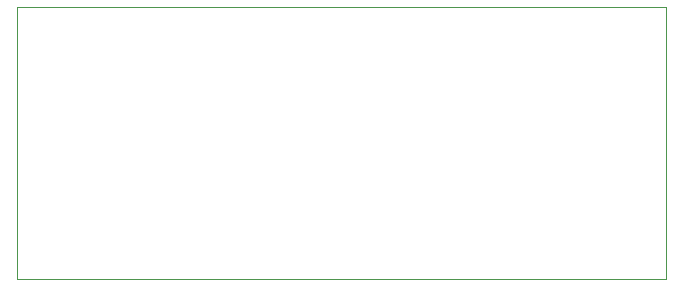
<source format=gbr>
G04 #@! TF.GenerationSoftware,KiCad,Pcbnew,(6.0.9-0)*
G04 #@! TF.CreationDate,2022-12-14T16:06:15+03:00*
G04 #@! TF.ProjectId,pi3_extension_board,7069335f-6578-4746-956e-73696f6e5f62,rev?*
G04 #@! TF.SameCoordinates,Original*
G04 #@! TF.FileFunction,Profile,NP*
%FSLAX46Y46*%
G04 Gerber Fmt 4.6, Leading zero omitted, Abs format (unit mm)*
G04 Created by KiCad (PCBNEW (6.0.9-0)) date 2022-12-14 16:06:15*
%MOMM*%
%LPD*%
G01*
G04 APERTURE LIST*
G04 #@! TA.AperFunction,Profile*
%ADD10C,0.100000*%
G04 #@! TD*
G04 APERTURE END LIST*
D10*
X106500000Y-41500000D02*
X161500000Y-41500000D01*
X161500000Y-41500000D02*
X161500000Y-64500000D01*
X161500000Y-64500000D02*
X106500000Y-64500000D01*
X106500000Y-64500000D02*
X106500000Y-41500000D01*
M02*

</source>
